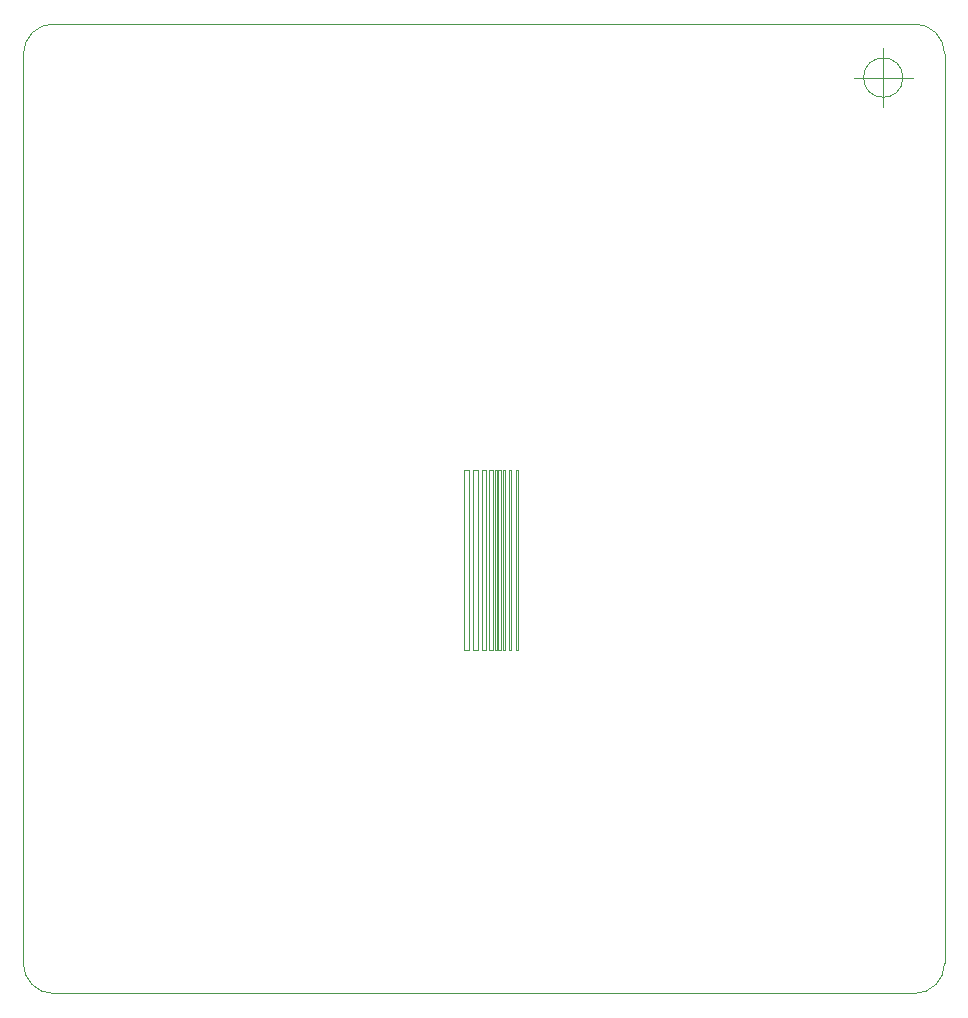
<source format=gm1>
G04 #@! TF.GenerationSoftware,KiCad,Pcbnew,(6.0.7)*
G04 #@! TF.CreationDate,2022-09-27T00:45:37+02:00*
G04 #@! TF.ProjectId,hamodule,68616d6f-6475-46c6-952e-6b696361645f,20220918.20*
G04 #@! TF.SameCoordinates,Original*
G04 #@! TF.FileFunction,Profile,NP*
%FSLAX46Y46*%
G04 Gerber Fmt 4.6, Leading zero omitted, Abs format (unit mm)*
G04 Created by KiCad (PCBNEW (6.0.7)) date 2022-09-27 00:45:37*
%MOMM*%
%LPD*%
G01*
G04 APERTURE LIST*
G04 #@! TA.AperFunction,Profile*
%ADD10C,0.050000*%
G04 #@! TD*
G04 APERTURE END LIST*
D10*
X105460000Y-112540000D02*
G75*
G03*
X108000000Y-110000000I0J2540000D01*
G01*
X108000000Y-110000000D02*
X108000000Y-33000000D01*
X105460000Y-112540000D02*
X32540000Y-112542000D01*
X105460000Y-30460000D02*
X32540000Y-30460000D01*
X30000000Y-110000000D02*
X30000000Y-33000000D01*
X29999999Y-110000000D02*
G75*
G03*
X32540000Y-112542000I2542001J0D01*
G01*
X108000000Y-33000000D02*
G75*
G03*
X105460000Y-30460000I-2540000J0D01*
G01*
X68100000Y-68200000D02*
X68500000Y-68200000D01*
X68500000Y-68200000D02*
X68500000Y-83500000D01*
X68500000Y-83500000D02*
X68100000Y-83500000D01*
X68100000Y-83500000D02*
X68100000Y-68200000D01*
X68800000Y-68200000D02*
X69200000Y-68200000D01*
X69200000Y-68200000D02*
X69200000Y-83500000D01*
X69200000Y-83500000D02*
X68800000Y-83500000D01*
X68800000Y-83500000D02*
X68800000Y-68200000D01*
X71100000Y-68200000D02*
X71300000Y-68200000D01*
X71300000Y-68200000D02*
X71300000Y-83500000D01*
X71300000Y-83500000D02*
X71100000Y-83500000D01*
X71100000Y-83500000D02*
X71100000Y-68200000D01*
X70200000Y-68200000D02*
X70400000Y-68200000D01*
X70400000Y-68200000D02*
X70400000Y-83500000D01*
X70400000Y-83500000D02*
X70200000Y-83500000D01*
X70200000Y-83500000D02*
X70200000Y-68200000D01*
X71700000Y-68200000D02*
X71900000Y-68200000D01*
X71900000Y-68200000D02*
X71900000Y-83500000D01*
X71900000Y-83500000D02*
X71700000Y-83500000D01*
X71700000Y-83500000D02*
X71700000Y-68200000D01*
X69400000Y-68200000D02*
X69800000Y-68200000D01*
X69800000Y-68200000D02*
X69800000Y-83500000D01*
X69800000Y-83500000D02*
X69400000Y-83500000D01*
X69400000Y-83500000D02*
X69400000Y-68200000D01*
X67300000Y-68200000D02*
X67700000Y-68200000D01*
X67700000Y-68200000D02*
X67700000Y-83500000D01*
X67700000Y-83500000D02*
X67300000Y-83500000D01*
X67300000Y-83500000D02*
X67300000Y-68200000D01*
X32540000Y-30460000D02*
G75*
G03*
X30000000Y-33000000I0J-2540000D01*
G01*
X70600000Y-68200000D02*
X70800000Y-68200000D01*
X70800000Y-68200000D02*
X70800000Y-83500000D01*
X70800000Y-83500000D02*
X70600000Y-83500000D01*
X70600000Y-83500000D02*
X70600000Y-68200000D01*
X69900000Y-68200000D02*
X70100000Y-68200000D01*
X70100000Y-68200000D02*
X70100000Y-83500000D01*
X70100000Y-83500000D02*
X69900000Y-83500000D01*
X69900000Y-83500000D02*
X69900000Y-68200000D01*
X104466666Y-35000000D02*
G75*
G03*
X104466666Y-35000000I-1666666J0D01*
G01*
X100300000Y-35000000D02*
X105300000Y-35000000D01*
X102800000Y-32500000D02*
X102800000Y-37500000D01*
M02*

</source>
